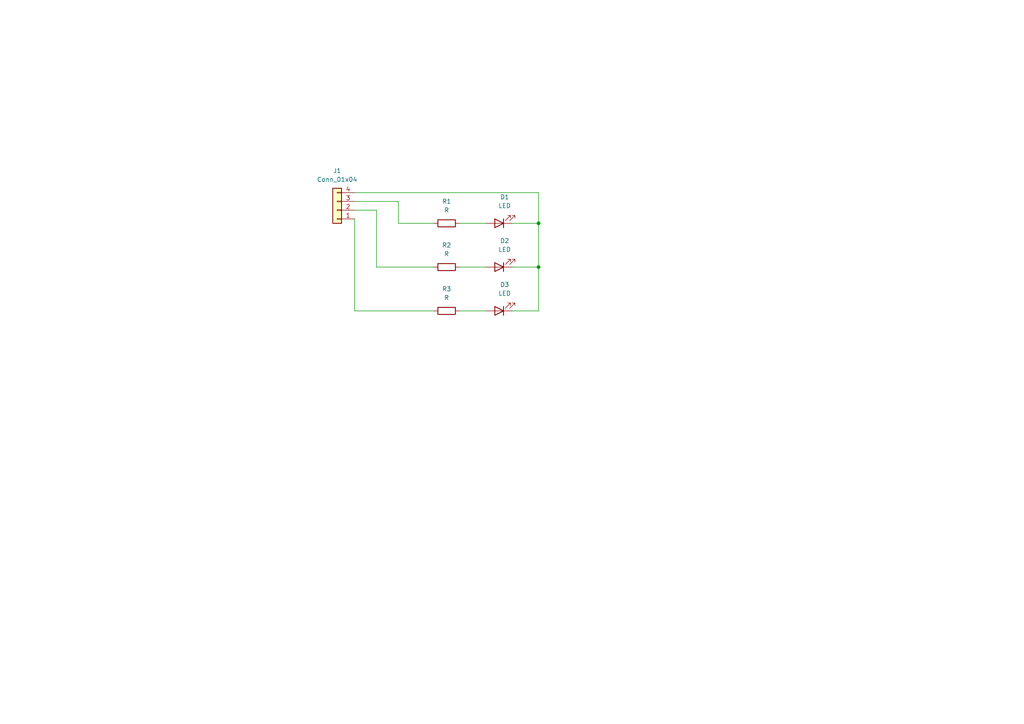
<source format=kicad_sch>
(kicad_sch (version 20230121) (generator eeschema)
  (paper "A4")
  (lib_symbols
    (symbol "Connector_Generic:Conn_01x04" (pin_names (offset 1.016) hide)
      (property "Reference" "J" (at 0 5.08 0))
      (property "Value" "Conn_01x04" (at 0 -7.62 0))
      (symbol "Conn_01x04_1_1"
        (rectangle (start -1.27 -4.953) (end 0 -5.207) (stroke (width 0.1524)))
        (rectangle (start -1.27 -2.413) (end 0 -2.667) (stroke (width 0.1524)))
        (rectangle (start -1.27 0.127) (end 0 -0.127) (stroke (width 0.1524)))
        (rectangle (start -1.27 2.667) (end 0 2.413) (stroke (width 0.1524)))
        (rectangle (start -1.27 3.81) (end 1.27 -6.35) (stroke (width 0.254)) (fill (type background)))
        (pin passive line (at -5.08 2.54 0) (length 3.81) (name "Pin_1") (number "1"))
        (pin passive line (at -5.08 0 0) (length 3.81) (name "Pin_2") (number "2"))
        (pin passive line (at -5.08 -2.54 0) (length 3.81) (name "Pin_3") (number "3"))
        (pin passive line (at -5.08 -5.08 0) (length 3.81) (name "Pin_4") (number "4"))
      )
    )
    (symbol "Device:LED" (pin_numbers hide) (pin_names (offset 1.016) hide)
      (property "Reference" "D" (at 0 2.54 0))
      (property "Value" "LED" (at 0 -2.54 0))
      (symbol "LED_0_1"
        (polyline (pts (xy -1.27 -1.27) (xy -1.27 1.27)) (stroke (width 0.254)))
        (polyline (pts (xy -1.27 0) (xy 1.27 0)))
        (polyline (pts (xy 1.27 -1.27) (xy 1.27 1.27) (xy -1.27 0) (xy 1.27 -1.27)) (stroke (width 0.254)))
        (polyline (pts (xy -3.048 -0.762) (xy -4.572 -2.286) (xy -3.81 -2.286) (xy -4.572 -2.286) (xy -4.572 -1.524)))
        (polyline (pts (xy -1.778 -0.762) (xy -3.302 -2.286) (xy -2.54 -2.286) (xy -3.302 -2.286) (xy -3.302 -1.524)))
      )
      (symbol "LED_1_1"
        (pin passive line (at -3.81 0 0) (length 2.54) (name "K") (number "1"))
        (pin passive line (at 3.81 0 180) (length 2.54) (name "A") (number "2"))
      )
    )
    (symbol "Device:R" (pin_numbers hide) (pin_names (offset 0))
      (property "Reference" "R" (at 2.032 0 90))
      (property "Value" "R" (at 0 0 90))
      (symbol "R_0_1"
        (rectangle (start -1.016 -2.54) (end 1.016 2.54) (stroke (width 0.254)))
      )
      (symbol "R_1_1"
        (pin passive line (at 0 3.81 270) (length 1.27) (name "~") (number "1"))
        (pin passive line (at 0 -3.81 90) (length 1.27) (name "~") (number "2"))
      )
    )
  )
  (junction (at 156.21 77.47))
  (junction (at 156.21 64.77))
  (wire (pts (xy 109.22 60.96) (xy 109.22 77.47)))
  (wire (pts (xy 156.21 64.77) (xy 148.59 64.77)))
  (wire (pts (xy 133.35 64.77) (xy 140.97 64.77)))
  (wire (pts (xy 156.21 77.47) (xy 148.59 77.47)))
  (wire (pts (xy 102.87 58.42) (xy 115.57 58.42)))
  (wire (pts (xy 156.21 64.77) (xy 156.21 77.47)))
  (wire (pts (xy 109.22 77.47) (xy 125.73 77.47)))
  (wire (pts (xy 115.57 58.42) (xy 115.57 64.77)))
  (wire (pts (xy 156.21 77.47) (xy 156.21 90.17)))
  (wire (pts (xy 102.87 60.96) (xy 109.22 60.96)))
  (wire (pts (xy 156.21 55.88) (xy 156.21 64.77)))
  (wire (pts (xy 102.87 63.5) (xy 102.87 90.17)))
  (wire (pts (xy 102.87 90.17) (xy 125.73 90.17)))
  (wire (pts (xy 133.35 90.17) (xy 140.97 90.17)))
  (wire (pts (xy 115.57 64.77) (xy 125.73 64.77)))
  (wire (pts (xy 102.87 55.88) (xy 156.21 55.88)))
  (wire (pts (xy 156.21 90.17) (xy 148.59 90.17)))
  (wire (pts (xy 133.35 77.47) (xy 140.97 77.47)))
  (symbol (lib_id "Device:LED") (at 144.78 64.77 180) (unit 1)
    (property "Reference" "D1" (at 146.3675 57.15 0))
    (property "Value" "LED" (at 146.3675 59.69 0))
    (property "Footprint" "LED_THT:LED_D3.0mm" (effects hide))
  )
  (symbol (lib_id "Device:R") (at 129.54 77.47 90) (unit 1)
    (property "Reference" "R2" (at 129.54 71.12 90))
    (property "Value" "R" (at 129.54 73.66 90))
    (property "Footprint" "Resistor_THT:R_Axial_DIN0411_L9.9mm_D3.6mm_P12.70mm_Horizontal" (effects hide))
  )
  (symbol (lib_id "Device:LED") (at 144.78 90.17 180) (unit 1)
    (property "Reference" "D3" (at 146.3675 82.55 0))
    (property "Value" "LED" (at 146.3675 85.09 0))
    (property "Footprint" "LED_THT:LED_D3.0mm" (effects hide))
  )
  (symbol (lib_id "Device:R") (at 129.54 90.17 90) (unit 1)
    (property "Reference" "R3" (at 129.54 83.82 90))
    (property "Value" "R" (at 129.54 86.36 90))
    (property "Footprint" "Resistor_THT:R_Axial_DIN0411_L9.9mm_D3.6mm_P12.70mm_Horizontal" (effects hide))
  )
  (symbol (lib_id "Connector_Generic:Conn_01x04") (at 97.79 60.96 180) (unit 1)
    (property "Reference" "J1" (at 97.79 49.53 0))
    (property "Value" "Conn_01x04" (at 97.79 52.07 0))
    (property "Footprint" "Connector_PinHeader_2.00mm:PinHeader_1x04_P2.00mm_Horizontal" (effects hide))
  )
  (symbol (lib_id "Device:LED") (at 144.78 77.47 180) (unit 1)
    (property "Reference" "D2" (at 146.3675 69.85 0))
    (property "Value" "LED" (at 146.3675 72.39 0))
    (property "Footprint" "LED_THT:LED_D3.0mm" (effects hide))
  )
  (symbol (lib_id "Device:R") (at 129.54 64.77 90) (unit 1)
    (property "Reference" "R1" (at 129.54 58.42 90))
    (property "Value" "R" (at 129.54 60.96 90))
    (property "Footprint" "Resistor_THT:R_Axial_DIN0411_L9.9mm_D3.6mm_P12.70mm_Horizontal" (effects hide))
  )
)
</source>
